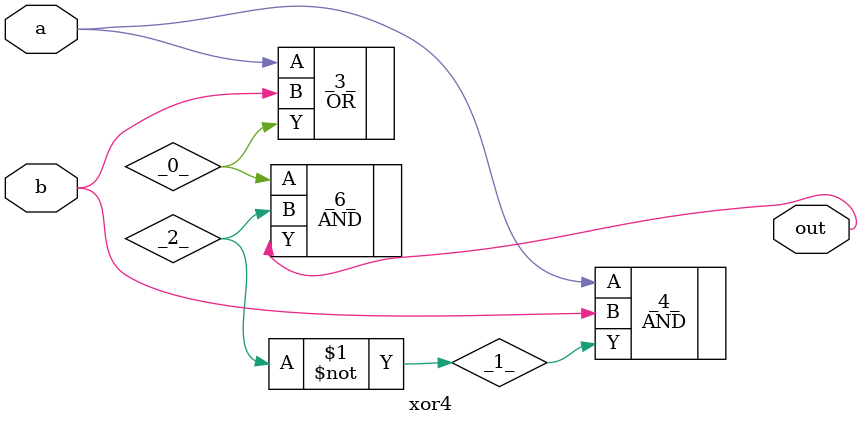
<source format=v>
/* Generated by Yosys 0.41+83 (git sha1 7045cf509, x86_64-w64-mingw32-g++ 13.2.1 -Os) */

/* cells_not_processed =  1  */
/* src = "xor4.v:2.1-16.10" */
module xor4(a, b, out);
  wire _0_;
  wire _1_;
  wire _2_;
  /* src = "xor4.v:3.9-3.10" */
  input a;
  wire a;
  /* src = "xor4.v:4.9-4.10" */
  input b;
  wire b;
  /* src = "xor4.v:5.14-5.17" */
  output out;
  wire out;
  OR _3_ (
    .A(a),
    .B(b),
    .Y(_0_)
  );
  AND _4_ (
    .A(a),
    .B(b),
    .Y(_1_)
  );
  not _5_ (
    .A(_1_),
    .Y(_2_)
  );
  AND _6_ (
    .A(_0_),
    .B(_2_),
    .Y(out)
  );
endmodule

</source>
